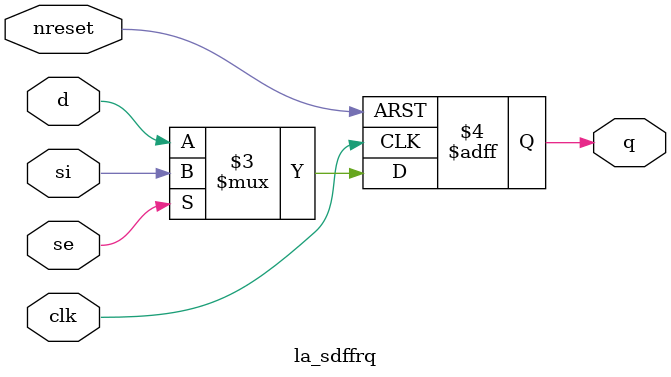
<source format=v>

module la_sdffrq #(parameter PROP = "DEFAULT")   (
    input      d,
    input      si,
    input      se,
    input      clk,
    input      nreset,
    output reg q
    );

   always @ (posedge clk or negedge nreset)
     if(!nreset)
       q <= 1'b0;
     else
       q <= se ? si : d;

endmodule

</source>
